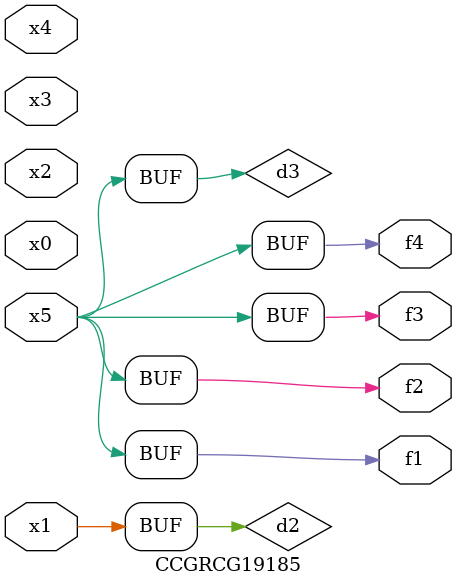
<source format=v>
module CCGRCG19185(
	input x0, x1, x2, x3, x4, x5,
	output f1, f2, f3, f4
);

	wire d1, d2, d3;

	not (d1, x5);
	or (d2, x1);
	xnor (d3, d1);
	assign f1 = d3;
	assign f2 = d3;
	assign f3 = d3;
	assign f4 = d3;
endmodule

</source>
